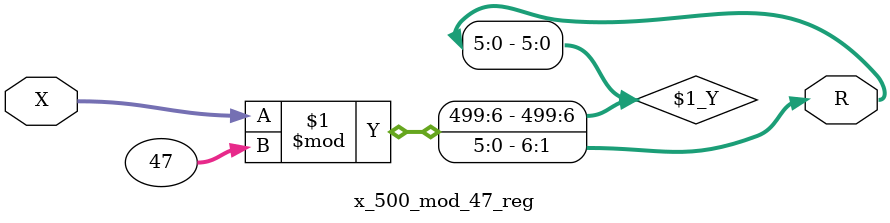
<source format=v>
module x_500_mod_47_reg(
    input [500:1] X,
    output [6:1] R
    );


assign R = X % 47;

endmodule

</source>
